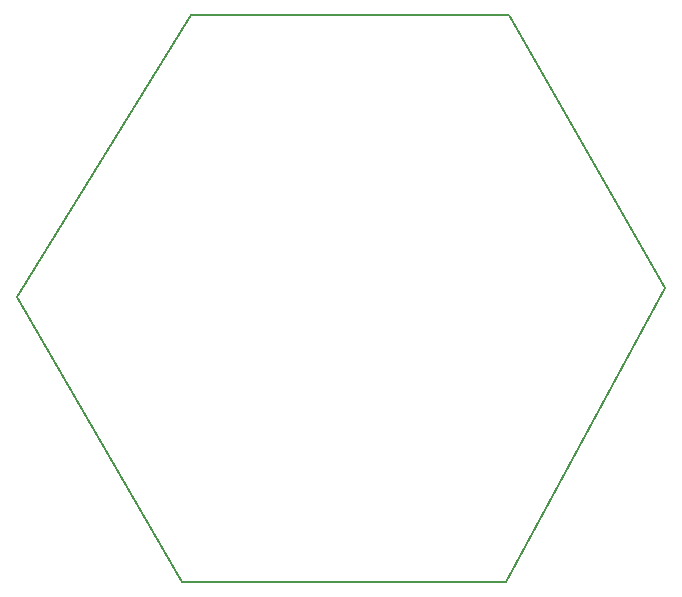
<source format=gbr>
G04 #@! TF.FileFunction,Profile,NP*
%FSLAX46Y46*%
G04 Gerber Fmt 4.6, Leading zero omitted, Abs format (unit mm)*
G04 Created by KiCad (PCBNEW 4.0.7-e2-6376~58~ubuntu14.04.1) date Mon Mar 25 18:05:39 2019*
%MOMM*%
%LPD*%
G01*
G04 APERTURE LIST*
%ADD10C,0.100000*%
%ADD11C,0.150000*%
G04 APERTURE END LIST*
D10*
D11*
X161544000Y-105410000D02*
X175514000Y-129540000D01*
X176276000Y-81534000D02*
X161544000Y-105410000D01*
X203200000Y-81534000D02*
X176276000Y-81534000D01*
X216408000Y-104648000D02*
X203200000Y-81534000D01*
X202946000Y-129540000D02*
X216408000Y-104648000D01*
X175514000Y-129540000D02*
X202946000Y-129540000D01*
M02*

</source>
